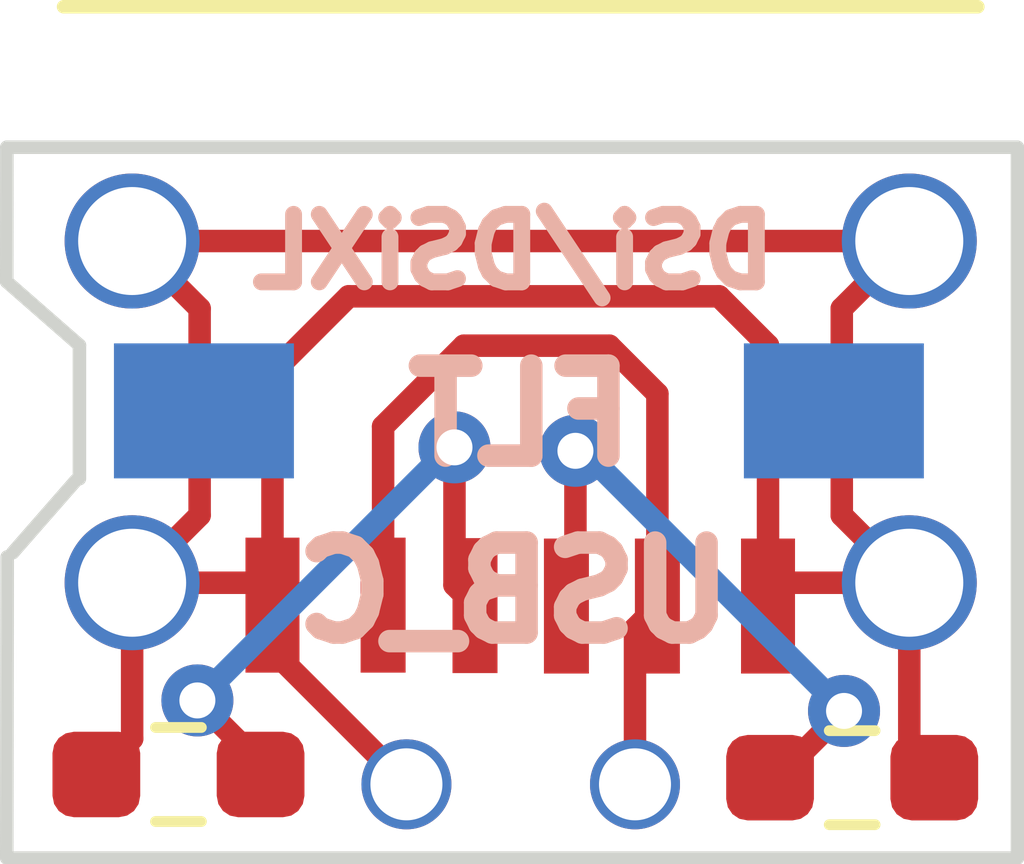
<source format=kicad_pcb>
(kicad_pcb (version 20211014) (generator pcbnew)
  (layers (0 "F.Cu" signal) (31 "B.Cu" signal) (34 "B.Paste" user) (35 "F.Paste" user) (36 "B.SilkS" user "B.Silkscreen") (37 "F.SilkS" user "F.Silkscreen") (38 "B.Mask" user) (39 "F.Mask" user) (44 "Edge.Cuts" user))
  (net 0 "")
  (net 1 "Net-(U1-Pad2)")
  (net 2 "Net-(U3-Pad1)")
  (net 3 "Net-(U3-Pad2)")
  (net 4 "Net-(R1-Pad1)")
  (net 5 "Net-(R1-Pad2)")
  (net 6 "Net-(R2-Pad1)")
  (footprint "usb_custom:USB_C_6PIN_custom" (layer "F.Cu") (at 148.5 74.11)
    (fp_text reference "U1" hide)
    (fp_text value "usb_c_6pin" hide)
    (fp_line (start -5.08 -6.4008) (end 5.08 -6.4008) (layer "F.SilkS") (width 0.15))
    (pad "1" thru_hole circle locked (at 4.318 0) (size 1.5 1.5) (drill 1.2) (layers *.Cu *.Mask) (net 5 "Net-(R1-Pad2)"))
    (pad "1" smd rect locked (at 2.74828 0.25908) (size 0.6 1.5) (layers "F.Cu" "F.Paste" "F.Mask") (net 5 "Net-(R1-Pad2)"))
    (pad "1" smd rect locked (at -2.75844 0.24892) (size 0.6 1.5) (layers "F.Cu" "F.Paste" "F.Mask") (net 5 "Net-(R1-Pad2)"))
    (pad "1" thru_hole circle locked (at 4.318 -3.7973) (size 1.5 1.5) (drill 1.2) (layers *.Cu *.Mask) (net 5 "Net-(R1-Pad2)"))
    (pad "1" thru_hole circle locked (at -4.318 0) (size 1.5 1.5) (drill 1.2) (layers *.Cu *.Mask) (net 5 "Net-(R1-Pad2)"))
    (pad "1" thru_hole circle locked (at -4.318 -3.7973) (size 1.5 1.5) (drill 1.2) (layers *.Cu *.Mask) (net 5 "Net-(R1-Pad2)"))
    (pad "2" smd rect locked (at -1.52908 0.24892) (size 0.5 1.5) (layers "F.Cu" "F.Paste" "F.Mask") (net 1 "Net-(U1-Pad2)"))
    (pad "2" smd rect locked (at 1.51892 0.25908) (size 0.5 1.5) (layers "F.Cu" "F.Paste" "F.Mask") (net 1 "Net-(U1-Pad2)"))
    (pad "3" smd rect locked (at -0.508 0.254) (size 0.5 1.5) (layers "F.Cu" "F.Paste" "F.Mask") (net 4 "Net-(R1-Pad1)"))
    (pad "4" smd rect locked (at 0.508 0.25908) (size 0.5 1.5) (layers "F.Cu" "F.Paste" "F.Mask") (net 6 "Net-(R2-Pad1)"))
  )
  (footprint "custom_connectors:dsixl_charger_pins" (layer "F.Cu") (at 148.5 76.35)
    (fp_text reference "U2" hide)
    (fp_text value "battery_custom" hide)
    (pad "1" thru_hole circle locked (at -1.27 0) (size 1 1) (drill 0.8) (layers *.Cu *.Mask) (net 5 "Net-(R1-Pad2)"))
    (pad "2" thru_hole circle locked (at 1.27 0) (size 1 1) (drill 0.8) (layers *.Cu *.Mask) (net 1 "Net-(U1-Pad2)"))
  )
  (footprint "Resistor_SMD:R_0603_1608Metric_Pad0.98x0.95mm_HandSolder" (layer "F.Cu") (at 144.69682 76.24064 180)
    (fp_text reference "R1" hide)
    (fp_text value "R" hide)
    (fp_line (start -0.254724 -0.5225) (end 0.254724 -0.5225) (layer "F.SilkS") (width 0.12))
    (fp_line (start -0.254724 0.5225) (end 0.254724 0.5225) (layer "F.SilkS") (width 0.12))
    (pad "1" smd roundrect locked (at -0.9125 0 180) (size 0.975 0.95) (layers "F.Cu" "F.Paste" "F.Mask") (net 4 "Net-(R1-Pad1)"))
    (pad "2" smd roundrect locked (at 0.9125 0 180) (size 0.975 0.95) (layers "F.Cu" "F.Paste" "F.Mask") (net 5 "Net-(R1-Pad2)"))
  )
  (footprint "Resistor_SMD:R_0603_1608Metric_Pad0.98x0.95mm_HandSolder" (layer "F.Cu") (at 152.18346 76.2762)
    (fp_text reference "R2" hide)
    (fp_text value "R" hide)
    (fp_line (start -0.254724 -0.5225) (end 0.254724 -0.5225) (layer "F.SilkS") (width 0.12))
    (fp_line (start -0.254724 0.5225) (end 0.254724 0.5225) (layer "F.SilkS") (width 0.12))
    (pad "1" smd roundrect locked (at -0.9125 0) (size 0.975 0.95) (layers "F.Cu" "F.Paste" "F.Mask") (net 6 "Net-(R2-Pad1)"))
    (pad "2" smd roundrect locked (at 0.9125 0) (size 0.975 0.95) (layers "F.Cu" "F.Paste" "F.Mask") (net 5 "Net-(R1-Pad2)"))
  )
  (footprint "custom_connectors:dsixl_charger_posts" (layer "B.Cu") (at 148.48 72.2)
    (fp_text reference "U3" hide)
    (fp_text value "ds_charger_posts" hide)
    (pad "1" smd rect locked (at -3.50012 0) (size 2 1.5) (layers "B.Cu" "B.Paste" "B.Mask") (net 2 "Net-(U3-Pad1)"))
    (pad "2" smd rect locked (at 3.50012 0) (size 2 1.5) (layers "B.Cu" "B.Paste" "B.Mask") (net 3 "Net-(U3-Pad2)"))
  )
  (gr_line (start 154.02 69.27) (end 154.02 77.16) (layer "Edge.Cuts") (width 0.15))
  (gr_line (start 142.8 77.17) (end 154.02 77.17) (layer "Edge.Cuts") (width 0.15))
  (gr_line (start 142.85468 73.77684) (end 143.5608 72.96912) (layer "Edge.Cuts") (width 0.15))
  (gr_line (start 142.79 69.27) (end 142.78864 70.7644) (layer "Edge.Cuts") (width 0.15))
  (gr_line (start 142.79 69.27) (end 154.01 69.27) (layer "Edge.Cuts") (width 0.15))
  (gr_line (start 142.78864 77.17028) (end 142.79372 73.82256) (layer "Edge.Cuts") (width 0.15))
  (gr_line (start 142.78864 70.7644) (end 143.59636 71.47052) (layer "Edge.Cuts") (width 0.15))
  (gr_line (start 143.59636 71.47052) (end 143.59636 72.95388) (layer "Edge.Cuts") (width 0.15))
  (gr_text "FLT" (at 148.49856 72.24776) (layer "B.SilkS") (effects (font (size 1 1) (thickness 0.25)) (justify mirror)))
  (gr_text "DSi/DSiXL" (at 148.42236 70.42912) (layer "B.SilkS") (effects (font (size 0.75 0.75) (thickness 0.1875)) (justify mirror)))
  (gr_text "USB_C" (at 148.42236 74.21372) (layer "B.SilkS") (effects (font (size 1 1) (thickness 0.25)) (justify mirror)))
  (segment (start 149.77 76.35) (end 149.77 74.618) (width 0.25) (layer "F.Cu") (net 1))
  (segment (start 146.97092 72.37332) (end 147.86864 71.4756) (width 0.25) (layer "F.Cu") (net 1))
  (segment (start 149.77 74.618) (end 150.01892 74.36908) (width 0.25) (layer "F.Cu") (net 1))
  (segment (start 149.48408 71.4756) (end 150.01892 72.01044) (width 0.25) (layer "F.Cu") (net 1))
  (segment (start 150.01892 72.01044) (end 150.01892 74.36908) (width 0.25) (layer "F.Cu") (net 1))
  (segment (start 146.97092 74.35892) (end 146.97092 72.37332) (width 0.25) (layer "F.Cu") (net 1))
  (segment (start 147.86864 71.4756) (end 149.48408 71.4756) (width 0.25) (layer "F.Cu") (net 1))
  (segment (start 145.60932 76.12) (end 144.907 75.41768) (width 0.25) (layer "F.Cu") (net 4))
  (segment (start 145.60932 76.24064) (end 145.60932 76.12) (width 0.25) (layer "F.Cu") (net 4))
  (segment (start 147.764073 74.136073) (end 147.992 74.364) (width 0.25) (layer "F.Cu") (net 4))
  (segment (start 147.764073 72.605473) (end 147.764073 74.136073) (width 0.25) (layer "F.Cu") (net 4))
  (via (at 144.907 75.41768) (size 0.8) (drill 0.4) (layers "F.Cu" "B.Cu") (net 4))
  (via (at 147.764073 72.605473) (size 0.8) (drill 0.4) (layers "F.Cu" "B.Cu") (net 4))
  (segment (start 144.907 75.41768) (end 147.719207 72.605473) (width 0.25) (layer "B.Cu") (net 4))
  (segment (start 147.719207 72.605473) (end 147.764073 72.605473) (width 0.25) (layer "B.Cu") (net 4))
  (segment (start 152.818 74.11) (end 152.818 75.99824) (width 0.25) (layer "F.Cu") (net 5))
  (segment (start 145.74156 71.77388) (end 146.58848 70.92696) (width 0.25) (layer "F.Cu") (net 5))
  (segment (start 151.24828 71.47196) (end 151.24828 74.36908) (width 0.25) (layer "F.Cu") (net 5))
  (segment (start 152.068001 73.360001) (end 152.818 74.11) (width 0.25) (layer "F.Cu") (net 5))
  (segment (start 152.818 70.3127) (end 144.182 70.3127) (width 0.25) (layer "F.Cu") (net 5))
  (segment (start 145.74156 74.86156) (end 145.74156 74.35892) (width 0.25) (layer "F.Cu") (net 5))
  (segment (start 152.068001 71.062699) (end 152.068001 73.360001) (width 0.25) (layer "F.Cu") (net 5))
  (segment (start 147.23 76.35) (end 145.74156 74.86156) (width 0.25) (layer "F.Cu") (net 5))
  (segment (start 152.818 74.11) (end 151.2559 74.11) (width 0.25) (layer "F.Cu") (net 5))
  (segment (start 144.182 74.11) (end 144.182 75.84296) (width 0.25) (layer "F.Cu") (net 5))
  (segment (start 144.931999 71.062699) (end 144.182 70.3127) (width 0.25) (layer "F.Cu") (net 5))
  (segment (start 152.818 75.99824) (end 153.09596 76.2762) (width 0.25) (layer "F.Cu") (net 5))
  (segment (start 144.931999 73.360001) (end 144.931999 71.062699) (width 0.25) (layer "F.Cu") (net 5))
  (segment (start 150.70328 70.92696) (end 151.24828 71.47196) (width 0.25) (layer "F.Cu") (net 5))
  (segment (start 145.7441 74.3141) (end 145.7441 74.11) (width 0.25) (layer "F.Cu") (net 5))
  (segment (start 144.182 74.11) (end 145.7441 74.11) (width 0.25) (layer "F.Cu") (net 5))
  (segment (start 144.182 75.84296) (end 143.78432 76.24064) (width 0.25) (layer "F.Cu") (net 5))
  (segment (start 152.818 70.3127) (end 152.068001 71.062699) (width 0.25) (layer "F.Cu") (net 5))
  (segment (start 145.74156 74.35892) (end 145.74156 71.77388) (width 0.25) (layer "F.Cu") (net 5))
  (segment (start 146.58848 70.92696) (end 150.70328 70.92696) (width 0.25) (layer "F.Cu") (net 5))
  (segment (start 144.182 74.11) (end 144.931999 73.360001) (width 0.25) (layer "F.Cu") (net 5))
  (segment (start 151.35132 76.2762) (end 152.093 75.53452) (width 0.25) (layer "F.Cu") (net 6))
  (segment (start 149.10816 72.644) (end 149.10816 74.26892) (width 0.25) (layer "F.Cu") (net 6))
  (segment (start 151.27096 76.2762) (end 151.35132 76.2762) (width 0.25) (layer "F.Cu") (net 6))
  (segment (start 149.10816 74.26892) (end 149.008 74.36908) (width 0.25) (layer "F.Cu") (net 6))
  (via (at 152.093 75.53452) (size 0.8) (drill 0.4) (layers "F.Cu" "B.Cu") (net 6))
  (via (at 149.10816 72.644) (size 0.8) (drill 0.4) (layers "F.Cu" "B.Cu") (net 6))
  (segment (start 152.093 75.53452) (end 149.20248 72.644) (width 0.25) (layer "B.Cu") (net 6))
  (segment (start 149.20248 72.644) (end 149.10816 72.644) (width 0.25) (layer "B.Cu") (net 6))
)
</source>
